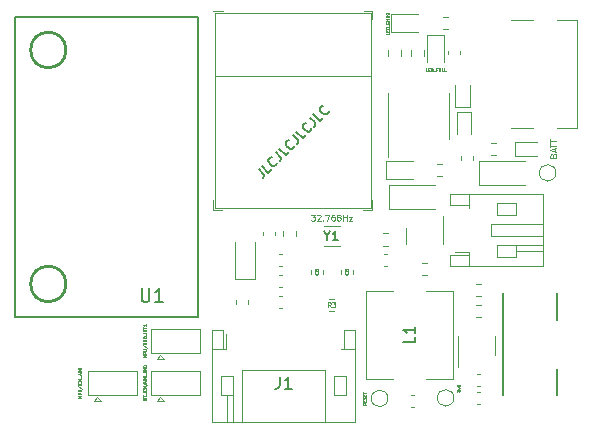
<source format=gbr>
%TF.GenerationSoftware,KiCad,Pcbnew,(6.0.2)*%
%TF.CreationDate,2022-03-07T06:31:50-05:00*%
%TF.ProjectId,ferrous_slime,66657272-6f75-4735-9f73-6c696d652e6b,rev?*%
%TF.SameCoordinates,Original*%
%TF.FileFunction,Legend,Top*%
%TF.FilePolarity,Positive*%
%FSLAX46Y46*%
G04 Gerber Fmt 4.6, Leading zero omitted, Abs format (unit mm)*
G04 Created by KiCad (PCBNEW (6.0.2)) date 2022-03-07 06:31:50*
%MOMM*%
%LPD*%
G01*
G04 APERTURE LIST*
%ADD10C,0.150000*%
%ADD11C,0.060000*%
%ADD12C,0.050800*%
%ADD13C,0.076200*%
%ADD14C,0.127000*%
%ADD15C,0.152000*%
%ADD16C,0.120000*%
%ADD17C,0.203000*%
%ADD18C,0.254000*%
G04 APERTURE END LIST*
D10*
X71278479Y-43318551D02*
X71682540Y-43722612D01*
X71736415Y-43830362D01*
X71736415Y-43938112D01*
X71682540Y-44045861D01*
X71628666Y-44099736D01*
X72382913Y-43345489D02*
X72113539Y-43614863D01*
X71547853Y-43049177D01*
X72840849Y-42779803D02*
X72840849Y-42833678D01*
X72786974Y-42941428D01*
X72733099Y-42995302D01*
X72625350Y-43049177D01*
X72517600Y-43049177D01*
X72436788Y-43022240D01*
X72302101Y-42941428D01*
X72221289Y-42860615D01*
X72140476Y-42725928D01*
X72113539Y-42645116D01*
X72113539Y-42537367D01*
X72167414Y-42429617D01*
X72221289Y-42375742D01*
X72329038Y-42321867D01*
X72382913Y-42321867D01*
X72733099Y-41863932D02*
X73137160Y-42267993D01*
X73191035Y-42375742D01*
X73191035Y-42483492D01*
X73137160Y-42591241D01*
X73083285Y-42645116D01*
X73837533Y-41890869D02*
X73568159Y-42160243D01*
X73002473Y-41594558D01*
X74295468Y-41325184D02*
X74295468Y-41379058D01*
X74241594Y-41486808D01*
X74187719Y-41540683D01*
X74079969Y-41594558D01*
X73972220Y-41594558D01*
X73891407Y-41567620D01*
X73756720Y-41486808D01*
X73675908Y-41405996D01*
X73595096Y-41271309D01*
X73568159Y-41190497D01*
X73568159Y-41082747D01*
X73622033Y-40974997D01*
X73675908Y-40921123D01*
X73783658Y-40867248D01*
X73837533Y-40867248D01*
X74187719Y-40409312D02*
X74591780Y-40813373D01*
X74645655Y-40921123D01*
X74645655Y-41028872D01*
X74591780Y-41136622D01*
X74537905Y-41190497D01*
X75292152Y-40436249D02*
X75022778Y-40705623D01*
X74457093Y-40139938D01*
X75750088Y-39870564D02*
X75750088Y-39924439D01*
X75696213Y-40032188D01*
X75642338Y-40086063D01*
X75534589Y-40139938D01*
X75426839Y-40139938D01*
X75346027Y-40113001D01*
X75211340Y-40032188D01*
X75130528Y-39951376D01*
X75049716Y-39816689D01*
X75022778Y-39735877D01*
X75022778Y-39628127D01*
X75076653Y-39520378D01*
X75130528Y-39466503D01*
X75238277Y-39412628D01*
X75292152Y-39412628D01*
X75642338Y-38954692D02*
X76046399Y-39358753D01*
X76100274Y-39466503D01*
X76100274Y-39574253D01*
X76046399Y-39682002D01*
X75992525Y-39735877D01*
X76746772Y-38981630D02*
X76477398Y-39251004D01*
X75911712Y-38685318D01*
X77204708Y-38415944D02*
X77204708Y-38469819D01*
X77150833Y-38577569D01*
X77096958Y-38631443D01*
X76989209Y-38685318D01*
X76881459Y-38685318D01*
X76800647Y-38658381D01*
X76665960Y-38577569D01*
X76585148Y-38496756D01*
X76504335Y-38362069D01*
X76477398Y-38281257D01*
X76477398Y-38173508D01*
X76531273Y-38065758D01*
X76585148Y-38011883D01*
X76692897Y-37958008D01*
X76746772Y-37958008D01*
%TO.C,J1*%
X73072666Y-60920380D02*
X73072666Y-61634666D01*
X73025047Y-61777523D01*
X72929809Y-61872761D01*
X72786952Y-61920380D01*
X72691714Y-61920380D01*
X74072666Y-61920380D02*
X73501238Y-61920380D01*
X73786952Y-61920380D02*
X73786952Y-60920380D01*
X73691714Y-61063238D01*
X73596476Y-61158476D01*
X73501238Y-61206095D01*
D11*
%TO.C,R3*%
X77403333Y-54991942D02*
X77270000Y-54801466D01*
X77174761Y-54991942D02*
X77174761Y-54591942D01*
X77327142Y-54591942D01*
X77365238Y-54610990D01*
X77384285Y-54630037D01*
X77403333Y-54668132D01*
X77403333Y-54725275D01*
X77384285Y-54763370D01*
X77365238Y-54782418D01*
X77327142Y-54801466D01*
X77174761Y-54801466D01*
X77536666Y-54591942D02*
X77784285Y-54591942D01*
X77650952Y-54744323D01*
X77708095Y-54744323D01*
X77746190Y-54763370D01*
X77765238Y-54782418D01*
X77784285Y-54820513D01*
X77784285Y-54915751D01*
X77765238Y-54953847D01*
X77746190Y-54972894D01*
X77708095Y-54991942D01*
X77593809Y-54991942D01*
X77555714Y-54972894D01*
X77536666Y-54953847D01*
D12*
%TO.C,TP3*%
X88052316Y-62151965D02*
X88052316Y-61994727D01*
X88149078Y-62079394D01*
X88149078Y-62043108D01*
X88161173Y-62018918D01*
X88173269Y-62006823D01*
X88197459Y-61994727D01*
X88257935Y-61994727D01*
X88282126Y-62006823D01*
X88294221Y-62018918D01*
X88306316Y-62043108D01*
X88306316Y-62115680D01*
X88294221Y-62139870D01*
X88282126Y-62151965D01*
X88136983Y-61910061D02*
X88306316Y-61849585D01*
X88136983Y-61789108D01*
X88052316Y-61716537D02*
X88052316Y-61559299D01*
X88149078Y-61643965D01*
X88149078Y-61607680D01*
X88161173Y-61583489D01*
X88173269Y-61571394D01*
X88197459Y-61559299D01*
X88257935Y-61559299D01*
X88282126Y-61571394D01*
X88294221Y-61583489D01*
X88306316Y-61607680D01*
X88306316Y-61680251D01*
X88294221Y-61704442D01*
X88282126Y-61716537D01*
%TO.C,TP1*%
X80378904Y-63106904D02*
X80257952Y-63191571D01*
X80378904Y-63252047D02*
X80124904Y-63252047D01*
X80124904Y-63155285D01*
X80137000Y-63131095D01*
X80149095Y-63119000D01*
X80173285Y-63106904D01*
X80209571Y-63106904D01*
X80233761Y-63119000D01*
X80245857Y-63131095D01*
X80257952Y-63155285D01*
X80257952Y-63252047D01*
X80245857Y-62998047D02*
X80245857Y-62913380D01*
X80378904Y-62877095D02*
X80378904Y-62998047D01*
X80124904Y-62998047D01*
X80124904Y-62877095D01*
X80366809Y-62780333D02*
X80378904Y-62744047D01*
X80378904Y-62683571D01*
X80366809Y-62659380D01*
X80354714Y-62647285D01*
X80330523Y-62635190D01*
X80306333Y-62635190D01*
X80282142Y-62647285D01*
X80270047Y-62659380D01*
X80257952Y-62683571D01*
X80245857Y-62731952D01*
X80233761Y-62756142D01*
X80221666Y-62768238D01*
X80197476Y-62780333D01*
X80173285Y-62780333D01*
X80149095Y-62768238D01*
X80137000Y-62756142D01*
X80124904Y-62731952D01*
X80124904Y-62671476D01*
X80137000Y-62635190D01*
X80245857Y-62526333D02*
X80245857Y-62441666D01*
X80378904Y-62405380D02*
X80378904Y-62526333D01*
X80124904Y-62526333D01*
X80124904Y-62405380D01*
X80124904Y-62332809D02*
X80124904Y-62187666D01*
X80378904Y-62260238D02*
X80124904Y-62260238D01*
%TO.C,D3*%
X82296832Y-31755056D02*
X82296832Y-31876008D01*
X82042832Y-31876008D01*
X82163785Y-31670389D02*
X82163785Y-31585722D01*
X82296832Y-31549437D02*
X82296832Y-31670389D01*
X82042832Y-31670389D01*
X82042832Y-31549437D01*
X82296832Y-31440580D02*
X82042832Y-31440580D01*
X82042832Y-31380103D01*
X82054928Y-31343818D01*
X82079118Y-31319627D01*
X82103308Y-31307532D01*
X82151689Y-31295437D01*
X82187975Y-31295437D01*
X82236356Y-31307532D01*
X82260547Y-31319627D01*
X82284737Y-31343818D01*
X82296832Y-31380103D01*
X82296832Y-31440580D01*
X82321023Y-31247056D02*
X82321023Y-31053532D01*
X82272642Y-30847913D02*
X82284737Y-30860008D01*
X82296832Y-30896294D01*
X82296832Y-30920484D01*
X82284737Y-30956770D01*
X82260547Y-30980961D01*
X82236356Y-30993056D01*
X82187975Y-31005151D01*
X82151689Y-31005151D01*
X82103308Y-30993056D01*
X82079118Y-30980961D01*
X82054928Y-30956770D01*
X82042832Y-30920484D01*
X82042832Y-30896294D01*
X82054928Y-30860008D01*
X82067023Y-30847913D01*
X82296832Y-30739056D02*
X82042832Y-30739056D01*
X82163785Y-30739056D02*
X82163785Y-30593913D01*
X82296832Y-30593913D02*
X82042832Y-30593913D01*
X82296832Y-30327818D02*
X82175880Y-30412484D01*
X82296832Y-30472961D02*
X82042832Y-30472961D01*
X82042832Y-30376199D01*
X82054928Y-30352008D01*
X82067023Y-30339913D01*
X82091213Y-30327818D01*
X82127499Y-30327818D01*
X82151689Y-30339913D01*
X82163785Y-30352008D01*
X82175880Y-30376199D01*
X82175880Y-30472961D01*
X82054928Y-30085913D02*
X82042832Y-30110103D01*
X82042832Y-30146389D01*
X82054928Y-30182675D01*
X82079118Y-30206865D01*
X82103308Y-30218961D01*
X82151689Y-30231056D01*
X82187975Y-30231056D01*
X82236356Y-30218961D01*
X82260547Y-30206865D01*
X82284737Y-30182675D01*
X82296832Y-30146389D01*
X82296832Y-30122199D01*
X82284737Y-30085913D01*
X82272642Y-30073818D01*
X82187975Y-30073818D01*
X82187975Y-30122199D01*
D13*
%TO.C,Y1*%
X75740380Y-47166809D02*
X76054857Y-47166809D01*
X75885523Y-47360333D01*
X75958095Y-47360333D01*
X76006476Y-47384523D01*
X76030666Y-47408714D01*
X76054857Y-47457095D01*
X76054857Y-47578047D01*
X76030666Y-47626428D01*
X76006476Y-47650619D01*
X75958095Y-47674809D01*
X75812952Y-47674809D01*
X75764571Y-47650619D01*
X75740380Y-47626428D01*
X76248380Y-47215190D02*
X76272571Y-47191000D01*
X76320952Y-47166809D01*
X76441904Y-47166809D01*
X76490285Y-47191000D01*
X76514476Y-47215190D01*
X76538666Y-47263571D01*
X76538666Y-47311952D01*
X76514476Y-47384523D01*
X76224190Y-47674809D01*
X76538666Y-47674809D01*
X76756380Y-47626428D02*
X76780571Y-47650619D01*
X76756380Y-47674809D01*
X76732190Y-47650619D01*
X76756380Y-47626428D01*
X76756380Y-47674809D01*
X76949904Y-47166809D02*
X77288571Y-47166809D01*
X77070857Y-47674809D01*
X77699809Y-47166809D02*
X77603047Y-47166809D01*
X77554666Y-47191000D01*
X77530476Y-47215190D01*
X77482095Y-47287761D01*
X77457904Y-47384523D01*
X77457904Y-47578047D01*
X77482095Y-47626428D01*
X77506285Y-47650619D01*
X77554666Y-47674809D01*
X77651428Y-47674809D01*
X77699809Y-47650619D01*
X77724000Y-47626428D01*
X77748190Y-47578047D01*
X77748190Y-47457095D01*
X77724000Y-47408714D01*
X77699809Y-47384523D01*
X77651428Y-47360333D01*
X77554666Y-47360333D01*
X77506285Y-47384523D01*
X77482095Y-47408714D01*
X77457904Y-47457095D01*
X78038476Y-47384523D02*
X77990095Y-47360333D01*
X77965904Y-47336142D01*
X77941714Y-47287761D01*
X77941714Y-47263571D01*
X77965904Y-47215190D01*
X77990095Y-47191000D01*
X78038476Y-47166809D01*
X78135238Y-47166809D01*
X78183619Y-47191000D01*
X78207809Y-47215190D01*
X78232000Y-47263571D01*
X78232000Y-47287761D01*
X78207809Y-47336142D01*
X78183619Y-47360333D01*
X78135238Y-47384523D01*
X78038476Y-47384523D01*
X77990095Y-47408714D01*
X77965904Y-47432904D01*
X77941714Y-47481285D01*
X77941714Y-47578047D01*
X77965904Y-47626428D01*
X77990095Y-47650619D01*
X78038476Y-47674809D01*
X78135238Y-47674809D01*
X78183619Y-47650619D01*
X78207809Y-47626428D01*
X78232000Y-47578047D01*
X78232000Y-47481285D01*
X78207809Y-47432904D01*
X78183619Y-47408714D01*
X78135238Y-47384523D01*
X78449714Y-47674809D02*
X78449714Y-47166809D01*
X78449714Y-47408714D02*
X78740000Y-47408714D01*
X78740000Y-47674809D02*
X78740000Y-47166809D01*
X78933523Y-47336142D02*
X79199619Y-47336142D01*
X78933523Y-47674809D01*
X79199619Y-47674809D01*
D14*
X77107142Y-48950847D02*
X77107142Y-49313704D01*
X76853142Y-48551704D02*
X77107142Y-48950847D01*
X77361142Y-48551704D01*
X78014285Y-49313704D02*
X77578857Y-49313704D01*
X77796571Y-49313704D02*
X77796571Y-48551704D01*
X77724000Y-48660561D01*
X77651428Y-48733132D01*
X77578857Y-48769418D01*
D12*
%TO.C,D4*%
X85558840Y-35026511D02*
X85437888Y-35026511D01*
X85437888Y-34772511D01*
X85643507Y-34893464D02*
X85728173Y-34893464D01*
X85764459Y-35026511D02*
X85643507Y-35026511D01*
X85643507Y-34772511D01*
X85764459Y-34772511D01*
X85873316Y-35026511D02*
X85873316Y-34772511D01*
X85933792Y-34772511D01*
X85970078Y-34784607D01*
X85994269Y-34808797D01*
X86006364Y-34832987D01*
X86018459Y-34881368D01*
X86018459Y-34917654D01*
X86006364Y-34966035D01*
X85994269Y-34990226D01*
X85970078Y-35014416D01*
X85933792Y-35026511D01*
X85873316Y-35026511D01*
X86066840Y-35050702D02*
X86260364Y-35050702D01*
X86405507Y-34893464D02*
X86320840Y-34893464D01*
X86320840Y-35026511D02*
X86320840Y-34772511D01*
X86441792Y-34772511D01*
X86538554Y-34772511D02*
X86538554Y-34978130D01*
X86550650Y-35002321D01*
X86562745Y-35014416D01*
X86586935Y-35026511D01*
X86635316Y-35026511D01*
X86659507Y-35014416D01*
X86671602Y-35002321D01*
X86683697Y-34978130D01*
X86683697Y-34772511D01*
X86925602Y-35026511D02*
X86804650Y-35026511D01*
X86804650Y-34772511D01*
X87131221Y-35026511D02*
X87010269Y-35026511D01*
X87010269Y-34772511D01*
%TO.C,JP1*%
X56248904Y-62678952D02*
X55994904Y-62678952D01*
X56176333Y-62594285D01*
X55994904Y-62509619D01*
X56248904Y-62509619D01*
X56248904Y-62388666D02*
X55994904Y-62388666D01*
X55994904Y-62291904D01*
X56007000Y-62267714D01*
X56019095Y-62255619D01*
X56043285Y-62243523D01*
X56079571Y-62243523D01*
X56103761Y-62255619D01*
X56115857Y-62267714D01*
X56127952Y-62291904D01*
X56127952Y-62388666D01*
X55994904Y-62134666D02*
X56200523Y-62134666D01*
X56224714Y-62122571D01*
X56236809Y-62110476D01*
X56248904Y-62086285D01*
X56248904Y-62037904D01*
X56236809Y-62013714D01*
X56224714Y-62001619D01*
X56200523Y-61989523D01*
X55994904Y-61989523D01*
X55982809Y-61687142D02*
X56309380Y-61904857D01*
X56248904Y-61602476D02*
X55994904Y-61602476D01*
X56224714Y-61336380D02*
X56236809Y-61348476D01*
X56248904Y-61384761D01*
X56248904Y-61408952D01*
X56236809Y-61445238D01*
X56212619Y-61469428D01*
X56188428Y-61481523D01*
X56140047Y-61493619D01*
X56103761Y-61493619D01*
X56055380Y-61481523D01*
X56031190Y-61469428D01*
X56007000Y-61445238D01*
X55994904Y-61408952D01*
X55994904Y-61384761D01*
X56007000Y-61348476D01*
X56019095Y-61336380D01*
X56248904Y-61227523D02*
X55994904Y-61227523D01*
X56176333Y-61142857D01*
X55994904Y-61058190D01*
X56248904Y-61058190D01*
X56273095Y-60997714D02*
X56273095Y-60804190D01*
X56176333Y-60755809D02*
X56176333Y-60634857D01*
X56248904Y-60780000D02*
X55994904Y-60695333D01*
X56248904Y-60610666D01*
X56248904Y-60526000D02*
X55994904Y-60526000D01*
X55994904Y-60465523D01*
X56007000Y-60429238D01*
X56031190Y-60405047D01*
X56055380Y-60392952D01*
X56103761Y-60380857D01*
X56140047Y-60380857D01*
X56188428Y-60392952D01*
X56212619Y-60405047D01*
X56236809Y-60429238D01*
X56248904Y-60465523D01*
X56248904Y-60526000D01*
X55994904Y-60223619D02*
X55994904Y-60199428D01*
X56007000Y-60175238D01*
X56019095Y-60163142D01*
X56043285Y-60151047D01*
X56091666Y-60138952D01*
X56152142Y-60138952D01*
X56200523Y-60151047D01*
X56224714Y-60163142D01*
X56236809Y-60175238D01*
X56248904Y-60199428D01*
X56248904Y-60223619D01*
X56236809Y-60247809D01*
X56224714Y-60259904D01*
X56200523Y-60272000D01*
X56152142Y-60284095D01*
X56091666Y-60284095D01*
X56043285Y-60272000D01*
X56019095Y-60259904D01*
X56007000Y-60247809D01*
X55994904Y-60223619D01*
D15*
%TO.C,U1*%
X61387342Y-53423071D02*
X61387342Y-54348357D01*
X61441771Y-54457214D01*
X61496200Y-54511642D01*
X61605057Y-54566071D01*
X61822771Y-54566071D01*
X61931628Y-54511642D01*
X61986057Y-54457214D01*
X62040485Y-54348357D01*
X62040485Y-53423071D01*
X63183485Y-54566071D02*
X62530342Y-54566071D01*
X62856914Y-54566071D02*
X62856914Y-53423071D01*
X62748057Y-53586357D01*
X62639200Y-53695214D01*
X62530342Y-53749642D01*
D13*
%TO.C,TP2*%
X96229714Y-42171466D02*
X96253904Y-42098894D01*
X96278095Y-42074704D01*
X96326476Y-42050513D01*
X96399047Y-42050513D01*
X96447428Y-42074704D01*
X96471619Y-42098894D01*
X96495809Y-42147275D01*
X96495809Y-42340799D01*
X95987809Y-42340799D01*
X95987809Y-42171466D01*
X96012000Y-42123085D01*
X96036190Y-42098894D01*
X96084571Y-42074704D01*
X96132952Y-42074704D01*
X96181333Y-42098894D01*
X96205523Y-42123085D01*
X96229714Y-42171466D01*
X96229714Y-42340799D01*
X96350666Y-41856990D02*
X96350666Y-41615085D01*
X96495809Y-41905370D02*
X95987809Y-41736037D01*
X96495809Y-41566704D01*
X95987809Y-41469942D02*
X95987809Y-41179656D01*
X96495809Y-41324799D02*
X95987809Y-41324799D01*
X95987809Y-41082894D02*
X95987809Y-40792609D01*
X96495809Y-40937751D02*
X95987809Y-40937751D01*
D12*
%TO.C,JP3*%
X61766275Y-59237857D02*
X61512275Y-59237857D01*
X61693704Y-59153190D01*
X61512275Y-59068523D01*
X61766275Y-59068523D01*
X61766275Y-58947571D02*
X61512275Y-58947571D01*
X61512275Y-58850809D01*
X61524371Y-58826619D01*
X61536466Y-58814523D01*
X61560656Y-58802428D01*
X61596942Y-58802428D01*
X61621132Y-58814523D01*
X61633228Y-58826619D01*
X61645323Y-58850809D01*
X61645323Y-58947571D01*
X61512275Y-58693571D02*
X61717894Y-58693571D01*
X61742085Y-58681476D01*
X61754180Y-58669380D01*
X61766275Y-58645190D01*
X61766275Y-58596809D01*
X61754180Y-58572619D01*
X61742085Y-58560523D01*
X61717894Y-58548428D01*
X61512275Y-58548428D01*
X61500180Y-58246047D02*
X61826751Y-58463761D01*
X61633228Y-58076714D02*
X61645323Y-58040428D01*
X61657418Y-58028333D01*
X61681609Y-58016238D01*
X61717894Y-58016238D01*
X61742085Y-58028333D01*
X61754180Y-58040428D01*
X61766275Y-58064619D01*
X61766275Y-58161380D01*
X61512275Y-58161380D01*
X61512275Y-58076714D01*
X61524371Y-58052523D01*
X61536466Y-58040428D01*
X61560656Y-58028333D01*
X61584847Y-58028333D01*
X61609037Y-58040428D01*
X61621132Y-58052523D01*
X61633228Y-58076714D01*
X61633228Y-58161380D01*
X61766275Y-57907380D02*
X61512275Y-57907380D01*
X61766275Y-57762238D01*
X61512275Y-57762238D01*
X61512275Y-57592904D02*
X61512275Y-57544523D01*
X61524371Y-57520333D01*
X61548561Y-57496142D01*
X61596942Y-57484047D01*
X61681609Y-57484047D01*
X61729990Y-57496142D01*
X61754180Y-57520333D01*
X61766275Y-57544523D01*
X61766275Y-57592904D01*
X61754180Y-57617095D01*
X61729990Y-57641285D01*
X61681609Y-57653380D01*
X61596942Y-57653380D01*
X61548561Y-57641285D01*
X61524371Y-57617095D01*
X61512275Y-57592904D01*
X61790466Y-57435666D02*
X61790466Y-57242142D01*
X61766275Y-57181666D02*
X61512275Y-57181666D01*
X61766275Y-57060714D02*
X61512275Y-57060714D01*
X61766275Y-56915571D01*
X61512275Y-56915571D01*
X61512275Y-56830904D02*
X61512275Y-56685761D01*
X61766275Y-56758333D02*
X61512275Y-56758333D01*
X61766275Y-56468047D02*
X61766275Y-56613190D01*
X61766275Y-56540619D02*
X61512275Y-56540619D01*
X61548561Y-56564809D01*
X61572751Y-56589000D01*
X61584847Y-56613190D01*
%TO.C,JP2*%
X61754785Y-62900900D02*
X61526185Y-62900900D01*
X61754785Y-62792042D02*
X61526185Y-62792042D01*
X61754785Y-62661414D01*
X61526185Y-62661414D01*
X61526185Y-62585214D02*
X61526185Y-62454585D01*
X61754785Y-62519900D02*
X61526185Y-62519900D01*
X61776556Y-62432814D02*
X61776556Y-62258642D01*
X61754785Y-62204214D02*
X61526185Y-62204214D01*
X61733013Y-61964728D02*
X61743899Y-61975614D01*
X61754785Y-62008271D01*
X61754785Y-62030042D01*
X61743899Y-62062700D01*
X61722128Y-62084471D01*
X61700356Y-62095357D01*
X61656813Y-62106242D01*
X61624156Y-62106242D01*
X61580613Y-62095357D01*
X61558842Y-62084471D01*
X61537071Y-62062700D01*
X61526185Y-62030042D01*
X61526185Y-62008271D01*
X61537071Y-61975614D01*
X61547956Y-61964728D01*
X61754785Y-61866757D02*
X61526185Y-61866757D01*
X61689471Y-61790557D01*
X61526185Y-61714357D01*
X61754785Y-61714357D01*
X61515299Y-61442214D02*
X61809213Y-61638157D01*
X61689471Y-61376900D02*
X61689471Y-61268042D01*
X61754785Y-61398671D02*
X61526185Y-61322471D01*
X61754785Y-61246271D01*
X61754785Y-61170071D02*
X61526185Y-61170071D01*
X61526185Y-61115642D01*
X61537071Y-61082985D01*
X61558842Y-61061214D01*
X61580613Y-61050328D01*
X61624156Y-61039442D01*
X61656813Y-61039442D01*
X61700356Y-61050328D01*
X61722128Y-61061214D01*
X61743899Y-61082985D01*
X61754785Y-61115642D01*
X61754785Y-61170071D01*
X61526185Y-60897928D02*
X61526185Y-60854385D01*
X61537071Y-60832614D01*
X61558842Y-60810842D01*
X61602385Y-60799957D01*
X61678585Y-60799957D01*
X61722128Y-60810842D01*
X61743899Y-60832614D01*
X61754785Y-60854385D01*
X61754785Y-60897928D01*
X61743899Y-60919700D01*
X61722128Y-60941471D01*
X61678585Y-60952357D01*
X61602385Y-60952357D01*
X61558842Y-60941471D01*
X61537071Y-60919700D01*
X61526185Y-60897928D01*
X61776556Y-60756414D02*
X61776556Y-60582242D01*
X61635042Y-60451614D02*
X61645928Y-60418957D01*
X61656813Y-60408071D01*
X61678585Y-60397185D01*
X61711242Y-60397185D01*
X61733013Y-60408071D01*
X61743899Y-60418957D01*
X61754785Y-60440728D01*
X61754785Y-60527814D01*
X61526185Y-60527814D01*
X61526185Y-60451614D01*
X61537071Y-60429842D01*
X61547956Y-60418957D01*
X61569728Y-60408071D01*
X61591499Y-60408071D01*
X61613271Y-60418957D01*
X61624156Y-60429842D01*
X61635042Y-60451614D01*
X61635042Y-60527814D01*
X61754785Y-60299214D02*
X61526185Y-60299214D01*
X61754785Y-60168585D01*
X61526185Y-60168585D01*
X61526185Y-60016185D02*
X61526185Y-59972642D01*
X61537071Y-59950871D01*
X61558842Y-59929100D01*
X61602385Y-59918214D01*
X61678585Y-59918214D01*
X61722128Y-59929100D01*
X61743899Y-59950871D01*
X61754785Y-59972642D01*
X61754785Y-60016185D01*
X61743899Y-60037957D01*
X61722128Y-60059728D01*
X61678585Y-60070614D01*
X61602385Y-60070614D01*
X61558842Y-60059728D01*
X61537071Y-60037957D01*
X61526185Y-60016185D01*
D11*
%TO.C,C6*%
X76307142Y-52067000D02*
X76321428Y-52081285D01*
X76335714Y-52124142D01*
X76335714Y-52152714D01*
X76321428Y-52195571D01*
X76292857Y-52224142D01*
X76264285Y-52238428D01*
X76207142Y-52252714D01*
X76164285Y-52252714D01*
X76107142Y-52238428D01*
X76078571Y-52224142D01*
X76050000Y-52195571D01*
X76035714Y-52152714D01*
X76035714Y-52124142D01*
X76050000Y-52081285D01*
X76064285Y-52067000D01*
X76035714Y-51809857D02*
X76035714Y-51867000D01*
X76050000Y-51895571D01*
X76064285Y-51909857D01*
X76107142Y-51938428D01*
X76164285Y-51952714D01*
X76278571Y-51952714D01*
X76307142Y-51938428D01*
X76321428Y-51924142D01*
X76335714Y-51895571D01*
X76335714Y-51838428D01*
X76321428Y-51809857D01*
X76307142Y-51795571D01*
X76278571Y-51781285D01*
X76207142Y-51781285D01*
X76178571Y-51795571D01*
X76164285Y-51809857D01*
X76150000Y-51838428D01*
X76150000Y-51895571D01*
X76164285Y-51924142D01*
X76178571Y-51938428D01*
X76207142Y-51952714D01*
D10*
%TO.C,L1*%
X84526380Y-57517666D02*
X84526380Y-57993857D01*
X83526380Y-57993857D01*
X84526380Y-56660523D02*
X84526380Y-57231952D01*
X84526380Y-56946238D02*
X83526380Y-56946238D01*
X83669238Y-57041476D01*
X83764476Y-57136714D01*
X83812095Y-57231952D01*
D11*
%TO.C,C8*%
X78847142Y-52067000D02*
X78861428Y-52081285D01*
X78875714Y-52124142D01*
X78875714Y-52152714D01*
X78861428Y-52195571D01*
X78832857Y-52224142D01*
X78804285Y-52238428D01*
X78747142Y-52252714D01*
X78704285Y-52252714D01*
X78647142Y-52238428D01*
X78618571Y-52224142D01*
X78590000Y-52195571D01*
X78575714Y-52152714D01*
X78575714Y-52124142D01*
X78590000Y-52081285D01*
X78604285Y-52067000D01*
X78704285Y-51895571D02*
X78690000Y-51924142D01*
X78675714Y-51938428D01*
X78647142Y-51952714D01*
X78632857Y-51952714D01*
X78604285Y-51938428D01*
X78590000Y-51924142D01*
X78575714Y-51895571D01*
X78575714Y-51838428D01*
X78590000Y-51809857D01*
X78604285Y-51795571D01*
X78632857Y-51781285D01*
X78647142Y-51781285D01*
X78675714Y-51795571D01*
X78690000Y-51809857D01*
X78704285Y-51838428D01*
X78704285Y-51895571D01*
X78718571Y-51924142D01*
X78732857Y-51938428D01*
X78761428Y-51952714D01*
X78818571Y-51952714D01*
X78847142Y-51938428D01*
X78861428Y-51924142D01*
X78875714Y-51895571D01*
X78875714Y-51838428D01*
X78861428Y-51809857D01*
X78847142Y-51795571D01*
X78818571Y-51781285D01*
X78761428Y-51781285D01*
X78732857Y-51795571D01*
X78718571Y-51809857D01*
X78704285Y-51838428D01*
D16*
%TO.C,J1*%
X67346008Y-64727000D02*
X79466008Y-64727000D01*
X67346008Y-56907000D02*
X67346008Y-64727000D01*
X68106008Y-62467000D02*
X69106008Y-62467000D01*
X68266008Y-58507000D02*
X68266008Y-56907000D01*
X68606008Y-62467000D02*
X68606008Y-64727000D01*
X69106008Y-62467000D02*
X69106008Y-60867000D01*
X78706008Y-62467000D02*
X77706008Y-62467000D01*
X79466008Y-58507000D02*
X78546008Y-58507000D01*
X79466008Y-56907000D02*
X78546008Y-56907000D01*
X78546008Y-58507000D02*
X78266008Y-58507000D01*
X69906008Y-64727000D02*
X69906008Y-60367000D01*
X77706008Y-62467000D02*
X77706008Y-60867000D01*
X78546008Y-56907000D02*
X78546008Y-58507000D01*
X69106008Y-62467000D02*
X69106008Y-64727000D01*
X68266008Y-56907000D02*
X67346008Y-56907000D01*
X68546008Y-58507000D02*
X68546008Y-57292000D01*
X77706008Y-60867000D02*
X78706008Y-60867000D01*
X67346008Y-58507000D02*
X68266008Y-58507000D01*
X79466008Y-64727000D02*
X79466008Y-56907000D01*
X68546008Y-58507000D02*
X68266008Y-58507000D01*
X78706008Y-60867000D02*
X78706008Y-62467000D01*
X69106008Y-60867000D02*
X68106008Y-60867000D01*
X69906008Y-60367000D02*
X76906008Y-60367000D01*
X76906008Y-60367000D02*
X76906008Y-64727000D01*
X68106008Y-60867000D02*
X68106008Y-62467000D01*
%TO.C,R8*%
X89678742Y-54063500D02*
X90153258Y-54063500D01*
X89678742Y-53018500D02*
X90153258Y-53018500D01*
%TO.C,C11*%
X84468580Y-62429000D02*
X84187420Y-62429000D01*
X84468580Y-63449000D02*
X84187420Y-63449000D01*
%TO.C,R3*%
X77232742Y-54288500D02*
X77707258Y-54288500D01*
X77232742Y-55333500D02*
X77707258Y-55333500D01*
%TO.C,C3*%
X72998420Y-52269000D02*
X73279580Y-52269000D01*
X72998420Y-53289000D02*
X73279580Y-53289000D01*
%TO.C,TP3*%
X87822000Y-62685000D02*
G75*
G03*
X87822000Y-62685000I-700000J0D01*
G01*
%TO.C,R5*%
X83326500Y-33712258D02*
X83326500Y-33237742D01*
X82281500Y-33712258D02*
X82281500Y-33237742D01*
%TO.C,D5*%
X84366000Y-42646000D02*
X82081000Y-42646000D01*
X82081000Y-42646000D02*
X82081000Y-44116000D01*
X82081000Y-44116000D02*
X84366000Y-44116000D01*
%TO.C,TP1*%
X82234000Y-62738000D02*
G75*
G03*
X82234000Y-62738000I-700000J0D01*
G01*
%TO.C,D3*%
X82496000Y-31670000D02*
X84781000Y-31670000D01*
X84781000Y-30200000D02*
X82496000Y-30200000D01*
X82496000Y-30200000D02*
X82496000Y-31670000D01*
%TO.C,R7*%
X81804742Y-49798500D02*
X82279258Y-49798500D01*
X81804742Y-48753500D02*
X82279258Y-48753500D01*
%TO.C,Q1*%
X83784000Y-48969000D02*
X83784000Y-49619000D01*
X83784000Y-48969000D02*
X83784000Y-48319000D01*
X86904000Y-48969000D02*
X86904000Y-47294000D01*
X86904000Y-48969000D02*
X86904000Y-49619000D01*
%TO.C,D2*%
X82332000Y-46667000D02*
X86232000Y-46667000D01*
X82332000Y-44667000D02*
X86232000Y-44667000D01*
X82332000Y-44667000D02*
X82332000Y-46667000D01*
%TO.C,R4*%
X85581258Y-52285500D02*
X85106742Y-52285500D01*
X85581258Y-51240500D02*
X85106742Y-51240500D01*
%TO.C,C9*%
X82182580Y-50491000D02*
X81901420Y-50491000D01*
X82182580Y-51511000D02*
X81901420Y-51511000D01*
%TO.C,C5*%
X70360000Y-54416420D02*
X70360000Y-54697580D01*
X69340000Y-54416420D02*
X69340000Y-54697580D01*
%TO.C,Y1*%
X78145000Y-48094000D02*
X76795000Y-48094000D01*
X78145000Y-49844000D02*
X76795000Y-49844000D01*
%TO.C,U4*%
X88186622Y-58265365D02*
X88186622Y-57465365D01*
X91306622Y-58265365D02*
X91306622Y-59065365D01*
X91306622Y-58265365D02*
X91306622Y-57465365D01*
X88186622Y-58265365D02*
X88186622Y-60065365D01*
%TO.C,R9*%
X89678742Y-54796500D02*
X90153258Y-54796500D01*
X89678742Y-55841500D02*
X90153258Y-55841500D01*
%TO.C,C1*%
X73011420Y-54047000D02*
X73292580Y-54047000D01*
X73011420Y-55067000D02*
X73292580Y-55067000D01*
%TO.C,C10*%
X88359000Y-33588580D02*
X88359000Y-33307420D01*
X87339000Y-33588580D02*
X87339000Y-33307420D01*
%TO.C,D4*%
X87002000Y-34249500D02*
X87002000Y-31964500D01*
X87002000Y-31964500D02*
X85532000Y-31964500D01*
X85532000Y-31964500D02*
X85532000Y-34249500D01*
%TO.C,D7*%
X89152173Y-36211489D02*
X89152173Y-38061489D01*
X87952173Y-36211489D02*
X87952173Y-38061489D01*
X87952173Y-38061489D02*
X89152173Y-38061489D01*
%TO.C,D6*%
X88046000Y-40324000D02*
X88046000Y-38474000D01*
X89246000Y-38474000D02*
X88046000Y-38474000D01*
X89246000Y-40324000D02*
X89246000Y-38474000D01*
%TO.C,D8*%
X89952000Y-44635000D02*
X93852000Y-44635000D01*
X89952000Y-42635000D02*
X93852000Y-42635000D01*
X89952000Y-42635000D02*
X89952000Y-44635000D01*
D10*
%TO.C,SW1*%
X96566004Y-62412986D02*
X96566004Y-60212986D01*
X91966004Y-62412986D02*
X91966004Y-53812986D01*
X96566004Y-56112986D02*
X96566004Y-53812986D01*
D16*
%TO.C,U2*%
X80918000Y-46754007D02*
X80118000Y-46754007D01*
X80768000Y-46604007D02*
X67568000Y-46604007D01*
X80768000Y-30104007D02*
X80768000Y-46604007D01*
X68268000Y-29954007D02*
X67418000Y-29954007D01*
X80918000Y-45954007D02*
X80918000Y-46754007D01*
X67418000Y-46754007D02*
X68218000Y-46754007D01*
X80168000Y-29954007D02*
X80918000Y-29954007D01*
X80918000Y-29954007D02*
X80918000Y-30604007D01*
X67568000Y-35404007D02*
X80768000Y-35404007D01*
X67568000Y-46604007D02*
X67568000Y-30104007D01*
X67568000Y-30104007D02*
X80768000Y-30104007D01*
X67418000Y-45954007D02*
X67418000Y-46754007D01*
%TO.C,JP1*%
X56878000Y-60415000D02*
X60978000Y-60415000D01*
X56878000Y-62415000D02*
X56878000Y-60415000D01*
X57328000Y-62915000D02*
X57928000Y-62915000D01*
X57628000Y-62615000D02*
X57328000Y-62915000D01*
X60978000Y-60415000D02*
X60978000Y-62415000D01*
X57628000Y-62615000D02*
X57928000Y-62915000D01*
X60978000Y-62415000D02*
X56878000Y-62415000D01*
%TO.C,J3*%
X98273000Y-39832990D02*
X96568000Y-39832990D01*
X94558000Y-30672990D02*
X92638000Y-30672990D01*
X92638000Y-39832990D02*
X94558000Y-39832990D01*
X98273000Y-30672990D02*
X98273000Y-39832990D01*
X96568000Y-30672990D02*
X98273000Y-30672990D01*
D17*
%TO.C,U1*%
X50687460Y-55837472D02*
X50687460Y-30437472D01*
X63641460Y-55837472D02*
X50687460Y-55837472D01*
X66181460Y-30437472D02*
X66181460Y-55837472D01*
X50687460Y-30437472D02*
X66181460Y-30437472D01*
X66181460Y-55837472D02*
X63641460Y-55837472D01*
D18*
X54981460Y-33231472D02*
G75*
G03*
X54981460Y-33231472I-1500000J0D01*
G01*
X54981460Y-53043472D02*
G75*
G03*
X54981460Y-53043472I-1500000J0D01*
G01*
D16*
%TO.C,TP2*%
X96458000Y-43635000D02*
G75*
G03*
X96458000Y-43635000I-700000J0D01*
G01*
%TO.C,C13*%
X89762420Y-63195000D02*
X90043580Y-63195000D01*
X89762420Y-62175000D02*
X90043580Y-62175000D01*
%TO.C,D9*%
X94871999Y-41003000D02*
X93021999Y-41003000D01*
X93021999Y-41003000D02*
X93021999Y-42203000D01*
X94871999Y-42203000D02*
X93021999Y-42203000D01*
%TO.C,R1*%
X74436500Y-49005258D02*
X74436500Y-48530742D01*
X73391500Y-49005258D02*
X73391500Y-48530742D01*
%TO.C,U3*%
X87396000Y-38808990D02*
X87396000Y-40758990D01*
X87396000Y-38808990D02*
X87396000Y-36858990D01*
X82276000Y-38808990D02*
X82276000Y-36858990D01*
X82276000Y-38808990D02*
X82276000Y-42258990D01*
%TO.C,R10*%
X87359258Y-31457500D02*
X86884742Y-31457500D01*
X87359258Y-30412500D02*
X86884742Y-30412500D01*
%TO.C,JP3*%
X62212000Y-56859000D02*
X66312000Y-56859000D01*
X66312000Y-58859000D02*
X62212000Y-58859000D01*
X62962000Y-59059000D02*
X62662000Y-59359000D01*
X62662000Y-59359000D02*
X63262000Y-59359000D01*
X62962000Y-59059000D02*
X63262000Y-59359000D01*
X62212000Y-58859000D02*
X62212000Y-56859000D01*
X66312000Y-56859000D02*
X66312000Y-58859000D01*
%TO.C,R6*%
X85265500Y-33712258D02*
X85265500Y-33237742D01*
X84220500Y-33712258D02*
X84220500Y-33237742D01*
%TO.C,C12*%
X89762420Y-61671000D02*
X90043580Y-61671000D01*
X89762420Y-60651000D02*
X90043580Y-60651000D01*
%TO.C,JP2*%
X62962000Y-62615000D02*
X62662000Y-62915000D01*
X62212000Y-60415000D02*
X66312000Y-60415000D01*
X62962000Y-62615000D02*
X63262000Y-62915000D01*
X62662000Y-62915000D02*
X63262000Y-62915000D01*
X66312000Y-62415000D02*
X62212000Y-62415000D01*
X66312000Y-60415000D02*
X66312000Y-62415000D01*
X62212000Y-62415000D02*
X62212000Y-60415000D01*
%TO.C,C4*%
X72998420Y-50491000D02*
X73279580Y-50491000D01*
X72998420Y-51511000D02*
X73279580Y-51511000D01*
%TO.C,C6*%
X76710000Y-52157580D02*
X76710000Y-51876420D01*
X75690000Y-52157580D02*
X75690000Y-51876420D01*
%TO.C,C2*%
X71626000Y-48627420D02*
X71626000Y-48908580D01*
X72646000Y-48627420D02*
X72646000Y-48908580D01*
%TO.C,J2*%
X91490000Y-47161000D02*
X91490000Y-46161000D01*
X90990000Y-48961000D02*
X90990000Y-47961000D01*
X90990000Y-47961000D02*
X95350000Y-47961000D01*
X93090000Y-46161000D02*
X93090000Y-47161000D01*
X93090000Y-49761000D02*
X91490000Y-49761000D01*
X87530000Y-50601000D02*
X87530000Y-51521000D01*
X93090000Y-49761000D02*
X95350000Y-49761000D01*
X87530000Y-46321000D02*
X89130000Y-46321000D01*
X89130000Y-45401000D02*
X89130000Y-46321000D01*
X91490000Y-46161000D02*
X93090000Y-46161000D01*
X93090000Y-50261000D02*
X95350000Y-50261000D01*
X87530000Y-51521000D02*
X95350000Y-51521000D01*
X89130000Y-46321000D02*
X89130000Y-46601000D01*
X87530000Y-45401000D02*
X87530000Y-46321000D01*
X93090000Y-47161000D02*
X91490000Y-47161000D01*
X89130000Y-50601000D02*
X87530000Y-50601000D01*
X89130000Y-51521000D02*
X89130000Y-50601000D01*
X95350000Y-51521000D02*
X95350000Y-45401000D01*
X95350000Y-48961000D02*
X90990000Y-48961000D01*
X91490000Y-50761000D02*
X93090000Y-50761000D01*
X89130000Y-50321000D02*
X87915000Y-50321000D01*
X93090000Y-50761000D02*
X93090000Y-49761000D01*
X91490000Y-49761000D02*
X91490000Y-50761000D01*
X95350000Y-45401000D02*
X87530000Y-45401000D01*
X89130000Y-50321000D02*
X89130000Y-50601000D01*
%TO.C,R2*%
X86851258Y-43903500D02*
X86376742Y-43903500D01*
X86851258Y-42858500D02*
X86376742Y-42858500D01*
%TO.C,L1*%
X85474000Y-53651000D02*
X87774000Y-53651000D01*
X80374000Y-53651000D02*
X82674000Y-53651000D01*
X87774000Y-61051000D02*
X85474000Y-61051000D01*
X87774000Y-53651000D02*
X87774000Y-61051000D01*
X82674000Y-61051000D02*
X80374000Y-61051000D01*
X80374000Y-61051000D02*
X80374000Y-53651000D01*
%TO.C,C8*%
X78230000Y-52157580D02*
X78230000Y-51876420D01*
X79250000Y-52157580D02*
X79250000Y-51876420D01*
%TO.C,R11*%
X90948742Y-42125500D02*
X91423258Y-42125500D01*
X90948742Y-41080500D02*
X91423258Y-41080500D01*
%TO.C,C7*%
X88390000Y-42224420D02*
X88390000Y-42505580D01*
X89410000Y-42224420D02*
X89410000Y-42505580D01*
%TO.C,D1*%
X69254000Y-52647000D02*
X70954000Y-52647000D01*
X70954000Y-52647000D02*
X70954000Y-49497000D01*
X69254000Y-52647000D02*
X69254000Y-49497000D01*
%TD*%
M02*

</source>
